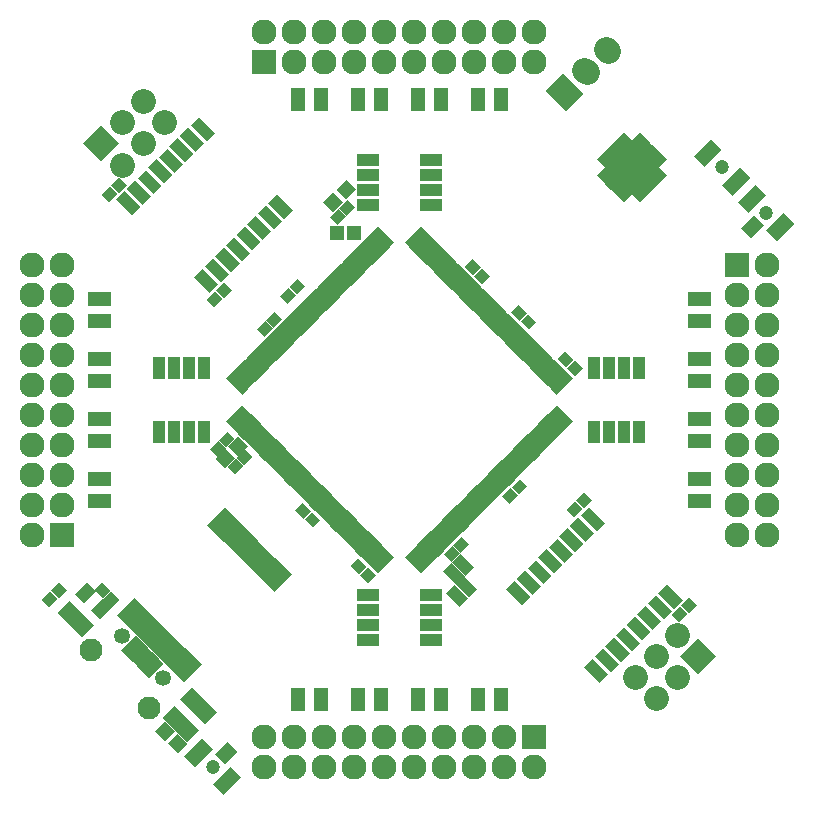
<source format=gbr>
G04 #@! TF.FileFunction,Soldermask,Bot*
%FSLAX46Y46*%
G04 Gerber Fmt 4.6, Leading zero omitted, Abs format (unit mm)*
G04 Created by KiCad (PCBNEW 4.0.6-e0-6349~53~ubuntu14.04.1) date Fri Mar 31 01:21:10 2017*
%MOMM*%
%LPD*%
G01*
G04 APERTURE LIST*
%ADD10C,0.100000*%
%ADD11C,2.127200*%
%ADD12R,2.127200X2.127200*%
%ADD13O,2.127200X2.127200*%
%ADD14R,1.950000X1.000000*%
%ADD15R,1.149300X0.798780*%
%ADD16R,1.000000X1.950000*%
%ADD17R,0.798780X1.149300*%
%ADD18C,1.350000*%
%ADD19C,1.950000*%
%ADD20R,1.200000X1.150000*%
%ADD21C,1.200000*%
G04 APERTURE END LIST*
D10*
G36*
X14077763Y24423079D02*
X12358079Y26142763D01*
X13862237Y27646921D01*
X15581921Y25927237D01*
X14077763Y24423079D01*
X14077763Y24423079D01*
G37*
D11*
X15658288Y27938814D02*
X15873814Y27723288D01*
X17454339Y29734865D02*
X17669865Y29519339D01*
D10*
G36*
X22637171Y18995571D02*
X22142196Y18500596D01*
X21258313Y19384479D01*
X21753288Y19879454D01*
X22637171Y18995571D01*
X22637171Y18995571D01*
G37*
G36*
X22283617Y18642018D02*
X21788642Y18147043D01*
X20904759Y19030926D01*
X21399734Y19525901D01*
X22283617Y18642018D01*
X22283617Y18642018D01*
G37*
G36*
X21930064Y18288464D02*
X21435089Y17793489D01*
X20551206Y18677372D01*
X21046181Y19172347D01*
X21930064Y18288464D01*
X21930064Y18288464D01*
G37*
G36*
X21576511Y17934911D02*
X21081536Y17439936D01*
X20197653Y18323819D01*
X20692628Y18818794D01*
X21576511Y17934911D01*
X21576511Y17934911D01*
G37*
G36*
X21222957Y17581358D02*
X20727982Y17086383D01*
X19844099Y17970266D01*
X20339074Y18465241D01*
X21222957Y17581358D01*
X21222957Y17581358D01*
G37*
G36*
X20869404Y17227804D02*
X20374429Y16732829D01*
X19490546Y17616712D01*
X19985521Y18111687D01*
X20869404Y17227804D01*
X20869404Y17227804D01*
G37*
G36*
X18995571Y16732829D02*
X18500596Y17227804D01*
X19384479Y18111687D01*
X19879454Y17616712D01*
X18995571Y16732829D01*
X18995571Y16732829D01*
G37*
G36*
X18642018Y17086383D02*
X18147043Y17581358D01*
X19030926Y18465241D01*
X19525901Y17970266D01*
X18642018Y17086383D01*
X18642018Y17086383D01*
G37*
G36*
X18288464Y17439936D02*
X17793489Y17934911D01*
X18677372Y18818794D01*
X19172347Y18323819D01*
X18288464Y17439936D01*
X18288464Y17439936D01*
G37*
G36*
X17934911Y17793489D02*
X17439936Y18288464D01*
X18323819Y19172347D01*
X18818794Y18677372D01*
X17934911Y17793489D01*
X17934911Y17793489D01*
G37*
G36*
X17581358Y18147043D02*
X17086383Y18642018D01*
X17970266Y19525901D01*
X18465241Y19030926D01*
X17581358Y18147043D01*
X17581358Y18147043D01*
G37*
G36*
X17227804Y18500596D02*
X16732829Y18995571D01*
X17616712Y19879454D01*
X18111687Y19384479D01*
X17227804Y18500596D01*
X17227804Y18500596D01*
G37*
G36*
X18111687Y19985521D02*
X17616712Y19490546D01*
X16732829Y20374429D01*
X17227804Y20869404D01*
X18111687Y19985521D01*
X18111687Y19985521D01*
G37*
G36*
X18465241Y20339074D02*
X17970266Y19844099D01*
X17086383Y20727982D01*
X17581358Y21222957D01*
X18465241Y20339074D01*
X18465241Y20339074D01*
G37*
G36*
X18818794Y20692628D02*
X18323819Y20197653D01*
X17439936Y21081536D01*
X17934911Y21576511D01*
X18818794Y20692628D01*
X18818794Y20692628D01*
G37*
G36*
X19172347Y21046181D02*
X18677372Y20551206D01*
X17793489Y21435089D01*
X18288464Y21930064D01*
X19172347Y21046181D01*
X19172347Y21046181D01*
G37*
G36*
X19525901Y21399734D02*
X19030926Y20904759D01*
X18147043Y21788642D01*
X18642018Y22283617D01*
X19525901Y21399734D01*
X19525901Y21399734D01*
G37*
G36*
X19879454Y21753288D02*
X19384479Y21258313D01*
X18500596Y22142196D01*
X18995571Y22637171D01*
X19879454Y21753288D01*
X19879454Y21753288D01*
G37*
G36*
X19985521Y21258313D02*
X19490546Y21753288D01*
X20374429Y22637171D01*
X20869404Y22142196D01*
X19985521Y21258313D01*
X19985521Y21258313D01*
G37*
G36*
X20339074Y20904759D02*
X19844099Y21399734D01*
X20727982Y22283617D01*
X21222957Y21788642D01*
X20339074Y20904759D01*
X20339074Y20904759D01*
G37*
G36*
X20692628Y20551206D02*
X20197653Y21046181D01*
X21081536Y21930064D01*
X21576511Y21435089D01*
X20692628Y20551206D01*
X20692628Y20551206D01*
G37*
G36*
X21046181Y20197653D02*
X20551206Y20692628D01*
X21435089Y21576511D01*
X21930064Y21081536D01*
X21046181Y20197653D01*
X21046181Y20197653D01*
G37*
G36*
X21399734Y19844099D02*
X20904759Y20339074D01*
X21788642Y21222957D01*
X22283617Y20727982D01*
X21399734Y19844099D01*
X21399734Y19844099D01*
G37*
G36*
X21753288Y19490546D02*
X21258313Y19985521D01*
X22142196Y20869404D01*
X22637171Y20374429D01*
X21753288Y19490546D01*
X21753288Y19490546D01*
G37*
G36*
X19967843Y19685000D02*
X18765761Y18482918D01*
X17563679Y19685000D01*
X18765761Y20887082D01*
X19967843Y19685000D01*
X19967843Y19685000D01*
G37*
G36*
X20887082Y20604239D02*
X19685000Y19402157D01*
X18482918Y20604239D01*
X19685000Y21806321D01*
X20887082Y20604239D01*
X20887082Y20604239D01*
G37*
G36*
X20887082Y18765761D02*
X19685000Y17563679D01*
X18482918Y18765761D01*
X19685000Y19967843D01*
X20887082Y18765761D01*
X20887082Y18765761D01*
G37*
G36*
X21806321Y19685000D02*
X20604239Y18482918D01*
X19402157Y19685000D01*
X20604239Y20887082D01*
X21806321Y19685000D01*
X21806321Y19685000D01*
G37*
G36*
X-23966441Y16973155D02*
X-23259334Y17680262D01*
X-21915831Y16336759D01*
X-22622938Y15629652D01*
X-23966441Y16973155D01*
X-23966441Y16973155D01*
G37*
G36*
X-23068416Y17871181D02*
X-22361309Y18578288D01*
X-21017806Y17234785D01*
X-21724913Y16527678D01*
X-23068416Y17871181D01*
X-23068416Y17871181D01*
G37*
G36*
X-22170390Y18769206D02*
X-21463283Y19476313D01*
X-20119780Y18132810D01*
X-20826887Y17425703D01*
X-22170390Y18769206D01*
X-22170390Y18769206D01*
G37*
G36*
X-21272364Y19667232D02*
X-20565257Y20374339D01*
X-19221754Y19030836D01*
X-19928861Y18323729D01*
X-21272364Y19667232D01*
X-21272364Y19667232D01*
G37*
G36*
X-20374339Y20565257D02*
X-19667232Y21272364D01*
X-18323729Y19928861D01*
X-19030836Y19221754D01*
X-20374339Y20565257D01*
X-20374339Y20565257D01*
G37*
G36*
X-19476313Y21463283D02*
X-18769206Y22170390D01*
X-17425703Y20826887D01*
X-18132810Y20119780D01*
X-19476313Y21463283D01*
X-19476313Y21463283D01*
G37*
G36*
X-18578288Y22361309D02*
X-17871181Y23068416D01*
X-16527678Y21724913D01*
X-17234785Y21017806D01*
X-18578288Y22361309D01*
X-18578288Y22361309D01*
G37*
G36*
X-17680262Y23259334D02*
X-16973155Y23966441D01*
X-15629652Y22622938D01*
X-16336759Y21915831D01*
X-17680262Y23259334D01*
X-17680262Y23259334D01*
G37*
G36*
X-11104169Y16683241D02*
X-10397062Y17390348D01*
X-9053559Y16046845D01*
X-9760666Y15339738D01*
X-11104169Y16683241D01*
X-11104169Y16683241D01*
G37*
G36*
X-12002194Y15785215D02*
X-11295087Y16492322D01*
X-9951584Y15148819D01*
X-10658691Y14441712D01*
X-12002194Y15785215D01*
X-12002194Y15785215D01*
G37*
G36*
X-12900220Y14887190D02*
X-12193113Y15594297D01*
X-10849610Y14250794D01*
X-11556717Y13543687D01*
X-12900220Y14887190D01*
X-12900220Y14887190D01*
G37*
G36*
X-13798246Y13989164D02*
X-13091139Y14696271D01*
X-11747636Y13352768D01*
X-12454743Y12645661D01*
X-13798246Y13989164D01*
X-13798246Y13989164D01*
G37*
G36*
X-14696271Y13091139D02*
X-13989164Y13798246D01*
X-12645661Y12454743D01*
X-13352768Y11747636D01*
X-14696271Y13091139D01*
X-14696271Y13091139D01*
G37*
G36*
X-15594297Y12193113D02*
X-14887190Y12900220D01*
X-13543687Y11556717D01*
X-14250794Y10849610D01*
X-15594297Y12193113D01*
X-15594297Y12193113D01*
G37*
G36*
X-16492322Y11295087D02*
X-15785215Y12002194D01*
X-14441712Y10658691D01*
X-15148819Y9951584D01*
X-16492322Y11295087D01*
X-16492322Y11295087D01*
G37*
G36*
X-17390348Y10397062D02*
X-16683241Y11104169D01*
X-15339738Y9760666D01*
X-16046845Y9053559D01*
X-17390348Y10397062D01*
X-17390348Y10397062D01*
G37*
G36*
X-12019872Y-14848299D02*
X-13434086Y-13434085D01*
X-11949162Y-11949161D01*
X-10534948Y-13363375D01*
X-12019872Y-14848299D01*
X-12019872Y-14848299D01*
G37*
G36*
X-10605658Y-16262513D02*
X-12019872Y-14848299D01*
X-10534948Y-13363375D01*
X-9120734Y-14777589D01*
X-10605658Y-16262513D01*
X-10605658Y-16262513D01*
G37*
G36*
X-13434085Y-13434086D02*
X-14848299Y-12019872D01*
X-13363375Y-10534948D01*
X-11949161Y-11949162D01*
X-13434085Y-13434086D01*
X-13434085Y-13434086D01*
G37*
G36*
X-14848299Y-12019872D02*
X-16262513Y-10605658D01*
X-14777589Y-9120734D01*
X-13363375Y-10534948D01*
X-14848299Y-12019872D01*
X-14848299Y-12019872D01*
G37*
G36*
X-22485052Y-19656625D02*
X-23899266Y-18242411D01*
X-22414342Y-16757487D01*
X-21000128Y-18171701D01*
X-22485052Y-19656625D01*
X-22485052Y-19656625D01*
G37*
G36*
X-21070838Y-21070839D02*
X-22485052Y-19656625D01*
X-21000128Y-18171701D01*
X-19585914Y-19585915D01*
X-21070838Y-21070839D01*
X-21070838Y-21070839D01*
G37*
G36*
X-18242411Y-23899266D02*
X-19656625Y-22485052D01*
X-18171701Y-21000128D01*
X-16757487Y-22414342D01*
X-18242411Y-23899266D01*
X-18242411Y-23899266D01*
G37*
G36*
X-19656625Y-22485052D02*
X-21070839Y-21070838D01*
X-19585915Y-19585914D01*
X-18171701Y-21000128D01*
X-19656625Y-22485052D01*
X-19656625Y-22485052D01*
G37*
G36*
X14690143Y-1820800D02*
X14195169Y-2315774D01*
X12816311Y-936916D01*
X13311285Y-441942D01*
X14690143Y-1820800D01*
X14690143Y-1820800D01*
G37*
G36*
X14336590Y-2174354D02*
X13841616Y-2669328D01*
X12462758Y-1290470D01*
X12957732Y-795496D01*
X14336590Y-2174354D01*
X14336590Y-2174354D01*
G37*
G36*
X13983036Y-2527907D02*
X13488062Y-3022881D01*
X12109204Y-1644023D01*
X12604178Y-1149049D01*
X13983036Y-2527907D01*
X13983036Y-2527907D01*
G37*
G36*
X13629483Y-2881460D02*
X13134509Y-3376434D01*
X11755651Y-1997576D01*
X12250625Y-1502602D01*
X13629483Y-2881460D01*
X13629483Y-2881460D01*
G37*
G36*
X13275929Y-3235014D02*
X12780955Y-3729988D01*
X11402097Y-2351130D01*
X11897071Y-1856156D01*
X13275929Y-3235014D01*
X13275929Y-3235014D01*
G37*
G36*
X12922376Y-3588567D02*
X12427402Y-4083541D01*
X11048544Y-2704683D01*
X11543518Y-2209709D01*
X12922376Y-3588567D01*
X12922376Y-3588567D01*
G37*
G36*
X12568823Y-3942121D02*
X12073849Y-4437095D01*
X10694991Y-3058237D01*
X11189965Y-2563263D01*
X12568823Y-3942121D01*
X12568823Y-3942121D01*
G37*
G36*
X12215269Y-4295674D02*
X11720295Y-4790648D01*
X10341437Y-3411790D01*
X10836411Y-2916816D01*
X12215269Y-4295674D01*
X12215269Y-4295674D01*
G37*
G36*
X11861716Y-4649227D02*
X11366742Y-5144201D01*
X9987884Y-3765343D01*
X10482858Y-3270369D01*
X11861716Y-4649227D01*
X11861716Y-4649227D01*
G37*
G36*
X11508162Y-5002781D02*
X11013188Y-5497755D01*
X9634330Y-4118897D01*
X10129304Y-3623923D01*
X11508162Y-5002781D01*
X11508162Y-5002781D01*
G37*
G36*
X11154609Y-5356334D02*
X10659635Y-5851308D01*
X9280777Y-4472450D01*
X9775751Y-3977476D01*
X11154609Y-5356334D01*
X11154609Y-5356334D01*
G37*
G36*
X10801056Y-5709888D02*
X10306082Y-6204862D01*
X8927224Y-4826004D01*
X9422198Y-4331030D01*
X10801056Y-5709888D01*
X10801056Y-5709888D01*
G37*
G36*
X10447502Y-6063441D02*
X9952528Y-6558415D01*
X8573670Y-5179557D01*
X9068644Y-4684583D01*
X10447502Y-6063441D01*
X10447502Y-6063441D01*
G37*
G36*
X10093949Y-6416994D02*
X9598975Y-6911968D01*
X8220117Y-5533110D01*
X8715091Y-5038136D01*
X10093949Y-6416994D01*
X10093949Y-6416994D01*
G37*
G36*
X9740395Y-6770548D02*
X9245421Y-7265522D01*
X7866563Y-5886664D01*
X8361537Y-5391690D01*
X9740395Y-6770548D01*
X9740395Y-6770548D01*
G37*
G36*
X9386842Y-7124101D02*
X8891868Y-7619075D01*
X7513010Y-6240217D01*
X8007984Y-5745243D01*
X9386842Y-7124101D01*
X9386842Y-7124101D01*
G37*
G36*
X9033289Y-7477654D02*
X8538315Y-7972628D01*
X7159457Y-6593770D01*
X7654431Y-6098796D01*
X9033289Y-7477654D01*
X9033289Y-7477654D01*
G37*
G36*
X8679735Y-7831208D02*
X8184761Y-8326182D01*
X6805903Y-6947324D01*
X7300877Y-6452350D01*
X8679735Y-7831208D01*
X8679735Y-7831208D01*
G37*
G36*
X8326182Y-8184761D02*
X7831208Y-8679735D01*
X6452350Y-7300877D01*
X6947324Y-6805903D01*
X8326182Y-8184761D01*
X8326182Y-8184761D01*
G37*
G36*
X7972628Y-8538315D02*
X7477654Y-9033289D01*
X6098796Y-7654431D01*
X6593770Y-7159457D01*
X7972628Y-8538315D01*
X7972628Y-8538315D01*
G37*
G36*
X7619075Y-8891868D02*
X7124101Y-9386842D01*
X5745243Y-8007984D01*
X6240217Y-7513010D01*
X7619075Y-8891868D01*
X7619075Y-8891868D01*
G37*
G36*
X7265522Y-9245421D02*
X6770548Y-9740395D01*
X5391690Y-8361537D01*
X5886664Y-7866563D01*
X7265522Y-9245421D01*
X7265522Y-9245421D01*
G37*
G36*
X6911968Y-9598975D02*
X6416994Y-10093949D01*
X5038136Y-8715091D01*
X5533110Y-8220117D01*
X6911968Y-9598975D01*
X6911968Y-9598975D01*
G37*
G36*
X6558415Y-9952528D02*
X6063441Y-10447502D01*
X4684583Y-9068644D01*
X5179557Y-8573670D01*
X6558415Y-9952528D01*
X6558415Y-9952528D01*
G37*
G36*
X6204862Y-10306082D02*
X5709888Y-10801056D01*
X4331030Y-9422198D01*
X4826004Y-8927224D01*
X6204862Y-10306082D01*
X6204862Y-10306082D01*
G37*
G36*
X5851308Y-10659635D02*
X5356334Y-11154609D01*
X3977476Y-9775751D01*
X4472450Y-9280777D01*
X5851308Y-10659635D01*
X5851308Y-10659635D01*
G37*
G36*
X5497755Y-11013188D02*
X5002781Y-11508162D01*
X3623923Y-10129304D01*
X4118897Y-9634330D01*
X5497755Y-11013188D01*
X5497755Y-11013188D01*
G37*
G36*
X5144201Y-11366742D02*
X4649227Y-11861716D01*
X3270369Y-10482858D01*
X3765343Y-9987884D01*
X5144201Y-11366742D01*
X5144201Y-11366742D01*
G37*
G36*
X4790648Y-11720295D02*
X4295674Y-12215269D01*
X2916816Y-10836411D01*
X3411790Y-10341437D01*
X4790648Y-11720295D01*
X4790648Y-11720295D01*
G37*
G36*
X4437095Y-12073849D02*
X3942121Y-12568823D01*
X2563263Y-11189965D01*
X3058237Y-10694991D01*
X4437095Y-12073849D01*
X4437095Y-12073849D01*
G37*
G36*
X4083541Y-12427402D02*
X3588567Y-12922376D01*
X2209709Y-11543518D01*
X2704683Y-11048544D01*
X4083541Y-12427402D01*
X4083541Y-12427402D01*
G37*
G36*
X3729988Y-12780955D02*
X3235014Y-13275929D01*
X1856156Y-11897071D01*
X2351130Y-11402097D01*
X3729988Y-12780955D01*
X3729988Y-12780955D01*
G37*
G36*
X3376434Y-13134509D02*
X2881460Y-13629483D01*
X1502602Y-12250625D01*
X1997576Y-11755651D01*
X3376434Y-13134509D01*
X3376434Y-13134509D01*
G37*
G36*
X3022881Y-13488062D02*
X2527907Y-13983036D01*
X1149049Y-12604178D01*
X1644023Y-12109204D01*
X3022881Y-13488062D01*
X3022881Y-13488062D01*
G37*
G36*
X2669328Y-13841616D02*
X2174354Y-14336590D01*
X795496Y-12957732D01*
X1290470Y-12462758D01*
X2669328Y-13841616D01*
X2669328Y-13841616D01*
G37*
G36*
X2315774Y-14195169D02*
X1820800Y-14690143D01*
X441942Y-13311285D01*
X936916Y-12816311D01*
X2315774Y-14195169D01*
X2315774Y-14195169D01*
G37*
G36*
X-1820800Y-14690143D02*
X-2315774Y-14195169D01*
X-936916Y-12816311D01*
X-441942Y-13311285D01*
X-1820800Y-14690143D01*
X-1820800Y-14690143D01*
G37*
G36*
X-2174354Y-14336590D02*
X-2669328Y-13841616D01*
X-1290470Y-12462758D01*
X-795496Y-12957732D01*
X-2174354Y-14336590D01*
X-2174354Y-14336590D01*
G37*
G36*
X-2527907Y-13983036D02*
X-3022881Y-13488062D01*
X-1644023Y-12109204D01*
X-1149049Y-12604178D01*
X-2527907Y-13983036D01*
X-2527907Y-13983036D01*
G37*
G36*
X-2881460Y-13629483D02*
X-3376434Y-13134509D01*
X-1997576Y-11755651D01*
X-1502602Y-12250625D01*
X-2881460Y-13629483D01*
X-2881460Y-13629483D01*
G37*
G36*
X-3235014Y-13275929D02*
X-3729988Y-12780955D01*
X-2351130Y-11402097D01*
X-1856156Y-11897071D01*
X-3235014Y-13275929D01*
X-3235014Y-13275929D01*
G37*
G36*
X-3588567Y-12922376D02*
X-4083541Y-12427402D01*
X-2704683Y-11048544D01*
X-2209709Y-11543518D01*
X-3588567Y-12922376D01*
X-3588567Y-12922376D01*
G37*
G36*
X-3942121Y-12568823D02*
X-4437095Y-12073849D01*
X-3058237Y-10694991D01*
X-2563263Y-11189965D01*
X-3942121Y-12568823D01*
X-3942121Y-12568823D01*
G37*
G36*
X-4295674Y-12215269D02*
X-4790648Y-11720295D01*
X-3411790Y-10341437D01*
X-2916816Y-10836411D01*
X-4295674Y-12215269D01*
X-4295674Y-12215269D01*
G37*
G36*
X-4649227Y-11861716D02*
X-5144201Y-11366742D01*
X-3765343Y-9987884D01*
X-3270369Y-10482858D01*
X-4649227Y-11861716D01*
X-4649227Y-11861716D01*
G37*
G36*
X-5002781Y-11508162D02*
X-5497755Y-11013188D01*
X-4118897Y-9634330D01*
X-3623923Y-10129304D01*
X-5002781Y-11508162D01*
X-5002781Y-11508162D01*
G37*
G36*
X-5356334Y-11154609D02*
X-5851308Y-10659635D01*
X-4472450Y-9280777D01*
X-3977476Y-9775751D01*
X-5356334Y-11154609D01*
X-5356334Y-11154609D01*
G37*
G36*
X-5709888Y-10801056D02*
X-6204862Y-10306082D01*
X-4826004Y-8927224D01*
X-4331030Y-9422198D01*
X-5709888Y-10801056D01*
X-5709888Y-10801056D01*
G37*
G36*
X-6063441Y-10447502D02*
X-6558415Y-9952528D01*
X-5179557Y-8573670D01*
X-4684583Y-9068644D01*
X-6063441Y-10447502D01*
X-6063441Y-10447502D01*
G37*
G36*
X-6416994Y-10093949D02*
X-6911968Y-9598975D01*
X-5533110Y-8220117D01*
X-5038136Y-8715091D01*
X-6416994Y-10093949D01*
X-6416994Y-10093949D01*
G37*
G36*
X-6770548Y-9740395D02*
X-7265522Y-9245421D01*
X-5886664Y-7866563D01*
X-5391690Y-8361537D01*
X-6770548Y-9740395D01*
X-6770548Y-9740395D01*
G37*
G36*
X-7124101Y-9386842D02*
X-7619075Y-8891868D01*
X-6240217Y-7513010D01*
X-5745243Y-8007984D01*
X-7124101Y-9386842D01*
X-7124101Y-9386842D01*
G37*
G36*
X-7477654Y-9033289D02*
X-7972628Y-8538315D01*
X-6593770Y-7159457D01*
X-6098796Y-7654431D01*
X-7477654Y-9033289D01*
X-7477654Y-9033289D01*
G37*
G36*
X-7831208Y-8679735D02*
X-8326182Y-8184761D01*
X-6947324Y-6805903D01*
X-6452350Y-7300877D01*
X-7831208Y-8679735D01*
X-7831208Y-8679735D01*
G37*
G36*
X-8184761Y-8326182D02*
X-8679735Y-7831208D01*
X-7300877Y-6452350D01*
X-6805903Y-6947324D01*
X-8184761Y-8326182D01*
X-8184761Y-8326182D01*
G37*
G36*
X-8538315Y-7972628D02*
X-9033289Y-7477654D01*
X-7654431Y-6098796D01*
X-7159457Y-6593770D01*
X-8538315Y-7972628D01*
X-8538315Y-7972628D01*
G37*
G36*
X-8891868Y-7619075D02*
X-9386842Y-7124101D01*
X-8007984Y-5745243D01*
X-7513010Y-6240217D01*
X-8891868Y-7619075D01*
X-8891868Y-7619075D01*
G37*
G36*
X-9245421Y-7265522D02*
X-9740395Y-6770548D01*
X-8361537Y-5391690D01*
X-7866563Y-5886664D01*
X-9245421Y-7265522D01*
X-9245421Y-7265522D01*
G37*
G36*
X-9598975Y-6911968D02*
X-10093949Y-6416994D01*
X-8715091Y-5038136D01*
X-8220117Y-5533110D01*
X-9598975Y-6911968D01*
X-9598975Y-6911968D01*
G37*
G36*
X-9952528Y-6558415D02*
X-10447502Y-6063441D01*
X-9068644Y-4684583D01*
X-8573670Y-5179557D01*
X-9952528Y-6558415D01*
X-9952528Y-6558415D01*
G37*
G36*
X-10306082Y-6204862D02*
X-10801056Y-5709888D01*
X-9422198Y-4331030D01*
X-8927224Y-4826004D01*
X-10306082Y-6204862D01*
X-10306082Y-6204862D01*
G37*
G36*
X-10659635Y-5851308D02*
X-11154609Y-5356334D01*
X-9775751Y-3977476D01*
X-9280777Y-4472450D01*
X-10659635Y-5851308D01*
X-10659635Y-5851308D01*
G37*
G36*
X-11013188Y-5497755D02*
X-11508162Y-5002781D01*
X-10129304Y-3623923D01*
X-9634330Y-4118897D01*
X-11013188Y-5497755D01*
X-11013188Y-5497755D01*
G37*
G36*
X-11366742Y-5144201D02*
X-11861716Y-4649227D01*
X-10482858Y-3270369D01*
X-9987884Y-3765343D01*
X-11366742Y-5144201D01*
X-11366742Y-5144201D01*
G37*
G36*
X-11720295Y-4790648D02*
X-12215269Y-4295674D01*
X-10836411Y-2916816D01*
X-10341437Y-3411790D01*
X-11720295Y-4790648D01*
X-11720295Y-4790648D01*
G37*
G36*
X-12073849Y-4437095D02*
X-12568823Y-3942121D01*
X-11189965Y-2563263D01*
X-10694991Y-3058237D01*
X-12073849Y-4437095D01*
X-12073849Y-4437095D01*
G37*
G36*
X-12427402Y-4083541D02*
X-12922376Y-3588567D01*
X-11543518Y-2209709D01*
X-11048544Y-2704683D01*
X-12427402Y-4083541D01*
X-12427402Y-4083541D01*
G37*
G36*
X-12780955Y-3729988D02*
X-13275929Y-3235014D01*
X-11897071Y-1856156D01*
X-11402097Y-2351130D01*
X-12780955Y-3729988D01*
X-12780955Y-3729988D01*
G37*
G36*
X-13134509Y-3376434D02*
X-13629483Y-2881460D01*
X-12250625Y-1502602D01*
X-11755651Y-1997576D01*
X-13134509Y-3376434D01*
X-13134509Y-3376434D01*
G37*
G36*
X-13488062Y-3022881D02*
X-13983036Y-2527907D01*
X-12604178Y-1149049D01*
X-12109204Y-1644023D01*
X-13488062Y-3022881D01*
X-13488062Y-3022881D01*
G37*
G36*
X-13841616Y-2669328D02*
X-14336590Y-2174354D01*
X-12957732Y-795496D01*
X-12462758Y-1290470D01*
X-13841616Y-2669328D01*
X-13841616Y-2669328D01*
G37*
G36*
X-14195169Y-2315774D02*
X-14690143Y-1820800D01*
X-13311285Y-441942D01*
X-12816311Y-936916D01*
X-14195169Y-2315774D01*
X-14195169Y-2315774D01*
G37*
G36*
X-12816311Y936916D02*
X-13311285Y441942D01*
X-14690143Y1820800D01*
X-14195169Y2315774D01*
X-12816311Y936916D01*
X-12816311Y936916D01*
G37*
G36*
X-12462758Y1290470D02*
X-12957732Y795496D01*
X-14336590Y2174354D01*
X-13841616Y2669328D01*
X-12462758Y1290470D01*
X-12462758Y1290470D01*
G37*
G36*
X-12109204Y1644023D02*
X-12604178Y1149049D01*
X-13983036Y2527907D01*
X-13488062Y3022881D01*
X-12109204Y1644023D01*
X-12109204Y1644023D01*
G37*
G36*
X-11755651Y1997576D02*
X-12250625Y1502602D01*
X-13629483Y2881460D01*
X-13134509Y3376434D01*
X-11755651Y1997576D01*
X-11755651Y1997576D01*
G37*
G36*
X-11402097Y2351130D02*
X-11897071Y1856156D01*
X-13275929Y3235014D01*
X-12780955Y3729988D01*
X-11402097Y2351130D01*
X-11402097Y2351130D01*
G37*
G36*
X-11048544Y2704683D02*
X-11543518Y2209709D01*
X-12922376Y3588567D01*
X-12427402Y4083541D01*
X-11048544Y2704683D01*
X-11048544Y2704683D01*
G37*
G36*
X-10694991Y3058237D02*
X-11189965Y2563263D01*
X-12568823Y3942121D01*
X-12073849Y4437095D01*
X-10694991Y3058237D01*
X-10694991Y3058237D01*
G37*
G36*
X-10341437Y3411790D02*
X-10836411Y2916816D01*
X-12215269Y4295674D01*
X-11720295Y4790648D01*
X-10341437Y3411790D01*
X-10341437Y3411790D01*
G37*
G36*
X-9987884Y3765343D02*
X-10482858Y3270369D01*
X-11861716Y4649227D01*
X-11366742Y5144201D01*
X-9987884Y3765343D01*
X-9987884Y3765343D01*
G37*
G36*
X-9634330Y4118897D02*
X-10129304Y3623923D01*
X-11508162Y5002781D01*
X-11013188Y5497755D01*
X-9634330Y4118897D01*
X-9634330Y4118897D01*
G37*
G36*
X-9280777Y4472450D02*
X-9775751Y3977476D01*
X-11154609Y5356334D01*
X-10659635Y5851308D01*
X-9280777Y4472450D01*
X-9280777Y4472450D01*
G37*
G36*
X-8927224Y4826004D02*
X-9422198Y4331030D01*
X-10801056Y5709888D01*
X-10306082Y6204862D01*
X-8927224Y4826004D01*
X-8927224Y4826004D01*
G37*
G36*
X-8573670Y5179557D02*
X-9068644Y4684583D01*
X-10447502Y6063441D01*
X-9952528Y6558415D01*
X-8573670Y5179557D01*
X-8573670Y5179557D01*
G37*
G36*
X-8220117Y5533110D02*
X-8715091Y5038136D01*
X-10093949Y6416994D01*
X-9598975Y6911968D01*
X-8220117Y5533110D01*
X-8220117Y5533110D01*
G37*
G36*
X-7866563Y5886664D02*
X-8361537Y5391690D01*
X-9740395Y6770548D01*
X-9245421Y7265522D01*
X-7866563Y5886664D01*
X-7866563Y5886664D01*
G37*
G36*
X-7513010Y6240217D02*
X-8007984Y5745243D01*
X-9386842Y7124101D01*
X-8891868Y7619075D01*
X-7513010Y6240217D01*
X-7513010Y6240217D01*
G37*
G36*
X-7159457Y6593770D02*
X-7654431Y6098796D01*
X-9033289Y7477654D01*
X-8538315Y7972628D01*
X-7159457Y6593770D01*
X-7159457Y6593770D01*
G37*
G36*
X-6805903Y6947324D02*
X-7300877Y6452350D01*
X-8679735Y7831208D01*
X-8184761Y8326182D01*
X-6805903Y6947324D01*
X-6805903Y6947324D01*
G37*
G36*
X-6452350Y7300877D02*
X-6947324Y6805903D01*
X-8326182Y8184761D01*
X-7831208Y8679735D01*
X-6452350Y7300877D01*
X-6452350Y7300877D01*
G37*
G36*
X-6098796Y7654431D02*
X-6593770Y7159457D01*
X-7972628Y8538315D01*
X-7477654Y9033289D01*
X-6098796Y7654431D01*
X-6098796Y7654431D01*
G37*
G36*
X-5745243Y8007984D02*
X-6240217Y7513010D01*
X-7619075Y8891868D01*
X-7124101Y9386842D01*
X-5745243Y8007984D01*
X-5745243Y8007984D01*
G37*
G36*
X-5391690Y8361537D02*
X-5886664Y7866563D01*
X-7265522Y9245421D01*
X-6770548Y9740395D01*
X-5391690Y8361537D01*
X-5391690Y8361537D01*
G37*
G36*
X-5038136Y8715091D02*
X-5533110Y8220117D01*
X-6911968Y9598975D01*
X-6416994Y10093949D01*
X-5038136Y8715091D01*
X-5038136Y8715091D01*
G37*
G36*
X-4684583Y9068644D02*
X-5179557Y8573670D01*
X-6558415Y9952528D01*
X-6063441Y10447502D01*
X-4684583Y9068644D01*
X-4684583Y9068644D01*
G37*
G36*
X-4331030Y9422198D02*
X-4826004Y8927224D01*
X-6204862Y10306082D01*
X-5709888Y10801056D01*
X-4331030Y9422198D01*
X-4331030Y9422198D01*
G37*
G36*
X-3977476Y9775751D02*
X-4472450Y9280777D01*
X-5851308Y10659635D01*
X-5356334Y11154609D01*
X-3977476Y9775751D01*
X-3977476Y9775751D01*
G37*
G36*
X-3623923Y10129304D02*
X-4118897Y9634330D01*
X-5497755Y11013188D01*
X-5002781Y11508162D01*
X-3623923Y10129304D01*
X-3623923Y10129304D01*
G37*
G36*
X-3270369Y10482858D02*
X-3765343Y9987884D01*
X-5144201Y11366742D01*
X-4649227Y11861716D01*
X-3270369Y10482858D01*
X-3270369Y10482858D01*
G37*
G36*
X-2916816Y10836411D02*
X-3411790Y10341437D01*
X-4790648Y11720295D01*
X-4295674Y12215269D01*
X-2916816Y10836411D01*
X-2916816Y10836411D01*
G37*
G36*
X-2563263Y11189965D02*
X-3058237Y10694991D01*
X-4437095Y12073849D01*
X-3942121Y12568823D01*
X-2563263Y11189965D01*
X-2563263Y11189965D01*
G37*
G36*
X-2209709Y11543518D02*
X-2704683Y11048544D01*
X-4083541Y12427402D01*
X-3588567Y12922376D01*
X-2209709Y11543518D01*
X-2209709Y11543518D01*
G37*
G36*
X-1856156Y11897071D02*
X-2351130Y11402097D01*
X-3729988Y12780955D01*
X-3235014Y13275929D01*
X-1856156Y11897071D01*
X-1856156Y11897071D01*
G37*
G36*
X-1502602Y12250625D02*
X-1997576Y11755651D01*
X-3376434Y13134509D01*
X-2881460Y13629483D01*
X-1502602Y12250625D01*
X-1502602Y12250625D01*
G37*
G36*
X-1149049Y12604178D02*
X-1644023Y12109204D01*
X-3022881Y13488062D01*
X-2527907Y13983036D01*
X-1149049Y12604178D01*
X-1149049Y12604178D01*
G37*
G36*
X-795496Y12957732D02*
X-1290470Y12462758D01*
X-2669328Y13841616D01*
X-2174354Y14336590D01*
X-795496Y12957732D01*
X-795496Y12957732D01*
G37*
G36*
X-441942Y13311285D02*
X-936916Y12816311D01*
X-2315774Y14195169D01*
X-1820800Y14690143D01*
X-441942Y13311285D01*
X-441942Y13311285D01*
G37*
G36*
X936916Y12816311D02*
X441942Y13311285D01*
X1820800Y14690143D01*
X2315774Y14195169D01*
X936916Y12816311D01*
X936916Y12816311D01*
G37*
G36*
X1290470Y12462758D02*
X795496Y12957732D01*
X2174354Y14336590D01*
X2669328Y13841616D01*
X1290470Y12462758D01*
X1290470Y12462758D01*
G37*
G36*
X1644023Y12109204D02*
X1149049Y12604178D01*
X2527907Y13983036D01*
X3022881Y13488062D01*
X1644023Y12109204D01*
X1644023Y12109204D01*
G37*
G36*
X1997576Y11755651D02*
X1502602Y12250625D01*
X2881460Y13629483D01*
X3376434Y13134509D01*
X1997576Y11755651D01*
X1997576Y11755651D01*
G37*
G36*
X2351130Y11402097D02*
X1856156Y11897071D01*
X3235014Y13275929D01*
X3729988Y12780955D01*
X2351130Y11402097D01*
X2351130Y11402097D01*
G37*
G36*
X2704683Y11048544D02*
X2209709Y11543518D01*
X3588567Y12922376D01*
X4083541Y12427402D01*
X2704683Y11048544D01*
X2704683Y11048544D01*
G37*
G36*
X3058237Y10694991D02*
X2563263Y11189965D01*
X3942121Y12568823D01*
X4437095Y12073849D01*
X3058237Y10694991D01*
X3058237Y10694991D01*
G37*
G36*
X3411790Y10341437D02*
X2916816Y10836411D01*
X4295674Y12215269D01*
X4790648Y11720295D01*
X3411790Y10341437D01*
X3411790Y10341437D01*
G37*
G36*
X3765343Y9987884D02*
X3270369Y10482858D01*
X4649227Y11861716D01*
X5144201Y11366742D01*
X3765343Y9987884D01*
X3765343Y9987884D01*
G37*
G36*
X4118897Y9634330D02*
X3623923Y10129304D01*
X5002781Y11508162D01*
X5497755Y11013188D01*
X4118897Y9634330D01*
X4118897Y9634330D01*
G37*
G36*
X4472450Y9280777D02*
X3977476Y9775751D01*
X5356334Y11154609D01*
X5851308Y10659635D01*
X4472450Y9280777D01*
X4472450Y9280777D01*
G37*
G36*
X4826004Y8927224D02*
X4331030Y9422198D01*
X5709888Y10801056D01*
X6204862Y10306082D01*
X4826004Y8927224D01*
X4826004Y8927224D01*
G37*
G36*
X5179557Y8573670D02*
X4684583Y9068644D01*
X6063441Y10447502D01*
X6558415Y9952528D01*
X5179557Y8573670D01*
X5179557Y8573670D01*
G37*
G36*
X5533110Y8220117D02*
X5038136Y8715091D01*
X6416994Y10093949D01*
X6911968Y9598975D01*
X5533110Y8220117D01*
X5533110Y8220117D01*
G37*
G36*
X5886664Y7866563D02*
X5391690Y8361537D01*
X6770548Y9740395D01*
X7265522Y9245421D01*
X5886664Y7866563D01*
X5886664Y7866563D01*
G37*
G36*
X6240217Y7513010D02*
X5745243Y8007984D01*
X7124101Y9386842D01*
X7619075Y8891868D01*
X6240217Y7513010D01*
X6240217Y7513010D01*
G37*
G36*
X6593770Y7159457D02*
X6098796Y7654431D01*
X7477654Y9033289D01*
X7972628Y8538315D01*
X6593770Y7159457D01*
X6593770Y7159457D01*
G37*
G36*
X6947324Y6805903D02*
X6452350Y7300877D01*
X7831208Y8679735D01*
X8326182Y8184761D01*
X6947324Y6805903D01*
X6947324Y6805903D01*
G37*
G36*
X7300877Y6452350D02*
X6805903Y6947324D01*
X8184761Y8326182D01*
X8679735Y7831208D01*
X7300877Y6452350D01*
X7300877Y6452350D01*
G37*
G36*
X7654431Y6098796D02*
X7159457Y6593770D01*
X8538315Y7972628D01*
X9033289Y7477654D01*
X7654431Y6098796D01*
X7654431Y6098796D01*
G37*
G36*
X8007984Y5745243D02*
X7513010Y6240217D01*
X8891868Y7619075D01*
X9386842Y7124101D01*
X8007984Y5745243D01*
X8007984Y5745243D01*
G37*
G36*
X8361537Y5391690D02*
X7866563Y5886664D01*
X9245421Y7265522D01*
X9740395Y6770548D01*
X8361537Y5391690D01*
X8361537Y5391690D01*
G37*
G36*
X8715091Y5038136D02*
X8220117Y5533110D01*
X9598975Y6911968D01*
X10093949Y6416994D01*
X8715091Y5038136D01*
X8715091Y5038136D01*
G37*
G36*
X9068644Y4684583D02*
X8573670Y5179557D01*
X9952528Y6558415D01*
X10447502Y6063441D01*
X9068644Y4684583D01*
X9068644Y4684583D01*
G37*
G36*
X9422198Y4331030D02*
X8927224Y4826004D01*
X10306082Y6204862D01*
X10801056Y5709888D01*
X9422198Y4331030D01*
X9422198Y4331030D01*
G37*
G36*
X9775751Y3977476D02*
X9280777Y4472450D01*
X10659635Y5851308D01*
X11154609Y5356334D01*
X9775751Y3977476D01*
X9775751Y3977476D01*
G37*
G36*
X10129304Y3623923D02*
X9634330Y4118897D01*
X11013188Y5497755D01*
X11508162Y5002781D01*
X10129304Y3623923D01*
X10129304Y3623923D01*
G37*
G36*
X10482858Y3270369D02*
X9987884Y3765343D01*
X11366742Y5144201D01*
X11861716Y4649227D01*
X10482858Y3270369D01*
X10482858Y3270369D01*
G37*
G36*
X10836411Y2916816D02*
X10341437Y3411790D01*
X11720295Y4790648D01*
X12215269Y4295674D01*
X10836411Y2916816D01*
X10836411Y2916816D01*
G37*
G36*
X11189965Y2563263D02*
X10694991Y3058237D01*
X12073849Y4437095D01*
X12568823Y3942121D01*
X11189965Y2563263D01*
X11189965Y2563263D01*
G37*
G36*
X11543518Y2209709D02*
X11048544Y2704683D01*
X12427402Y4083541D01*
X12922376Y3588567D01*
X11543518Y2209709D01*
X11543518Y2209709D01*
G37*
G36*
X11897071Y1856156D02*
X11402097Y2351130D01*
X12780955Y3729988D01*
X13275929Y3235014D01*
X11897071Y1856156D01*
X11897071Y1856156D01*
G37*
G36*
X12250625Y1502602D02*
X11755651Y1997576D01*
X13134509Y3376434D01*
X13629483Y2881460D01*
X12250625Y1502602D01*
X12250625Y1502602D01*
G37*
G36*
X12604178Y1149049D02*
X12109204Y1644023D01*
X13488062Y3022881D01*
X13983036Y2527907D01*
X12604178Y1149049D01*
X12604178Y1149049D01*
G37*
G36*
X12957732Y795496D02*
X12462758Y1290470D01*
X13841616Y2669328D01*
X14336590Y2174354D01*
X12957732Y795496D01*
X12957732Y795496D01*
G37*
G36*
X13311285Y441942D02*
X12816311Y936916D01*
X14195169Y2315774D01*
X14690143Y1820800D01*
X13311285Y441942D01*
X13311285Y441942D01*
G37*
G36*
X23966441Y-16973155D02*
X23259334Y-17680262D01*
X21915831Y-16336759D01*
X22622938Y-15629652D01*
X23966441Y-16973155D01*
X23966441Y-16973155D01*
G37*
G36*
X23068416Y-17871181D02*
X22361309Y-18578288D01*
X21017806Y-17234785D01*
X21724913Y-16527678D01*
X23068416Y-17871181D01*
X23068416Y-17871181D01*
G37*
G36*
X22170390Y-18769206D02*
X21463283Y-19476313D01*
X20119780Y-18132810D01*
X20826887Y-17425703D01*
X22170390Y-18769206D01*
X22170390Y-18769206D01*
G37*
G36*
X21272364Y-19667232D02*
X20565257Y-20374339D01*
X19221754Y-19030836D01*
X19928861Y-18323729D01*
X21272364Y-19667232D01*
X21272364Y-19667232D01*
G37*
G36*
X20374339Y-20565257D02*
X19667232Y-21272364D01*
X18323729Y-19928861D01*
X19030836Y-19221754D01*
X20374339Y-20565257D01*
X20374339Y-20565257D01*
G37*
G36*
X19476313Y-21463283D02*
X18769206Y-22170390D01*
X17425703Y-20826887D01*
X18132810Y-20119780D01*
X19476313Y-21463283D01*
X19476313Y-21463283D01*
G37*
G36*
X18578288Y-22361309D02*
X17871181Y-23068416D01*
X16527678Y-21724913D01*
X17234785Y-21017806D01*
X18578288Y-22361309D01*
X18578288Y-22361309D01*
G37*
G36*
X17680262Y-23259334D02*
X16973155Y-23966441D01*
X15629652Y-22622938D01*
X16336759Y-21915831D01*
X17680262Y-23259334D01*
X17680262Y-23259334D01*
G37*
G36*
X11104169Y-16683241D02*
X10397062Y-17390348D01*
X9053559Y-16046845D01*
X9760666Y-15339738D01*
X11104169Y-16683241D01*
X11104169Y-16683241D01*
G37*
G36*
X12002194Y-15785215D02*
X11295087Y-16492322D01*
X9951584Y-15148819D01*
X10658691Y-14441712D01*
X12002194Y-15785215D01*
X12002194Y-15785215D01*
G37*
G36*
X12900220Y-14887190D02*
X12193113Y-15594297D01*
X10849610Y-14250794D01*
X11556717Y-13543687D01*
X12900220Y-14887190D01*
X12900220Y-14887190D01*
G37*
G36*
X13798246Y-13989164D02*
X13091139Y-14696271D01*
X11747636Y-13352768D01*
X12454743Y-12645661D01*
X13798246Y-13989164D01*
X13798246Y-13989164D01*
G37*
G36*
X14696271Y-13091139D02*
X13989164Y-13798246D01*
X12645661Y-12454743D01*
X13352768Y-11747636D01*
X14696271Y-13091139D01*
X14696271Y-13091139D01*
G37*
G36*
X15594297Y-12193113D02*
X14887190Y-12900220D01*
X13543687Y-11556717D01*
X14250794Y-10849610D01*
X15594297Y-12193113D01*
X15594297Y-12193113D01*
G37*
G36*
X16492322Y-11295087D02*
X15785215Y-12002194D01*
X14441712Y-10658691D01*
X15148819Y-9951584D01*
X16492322Y-11295087D01*
X16492322Y-11295087D01*
G37*
G36*
X17390348Y-10397062D02*
X16683241Y-11104169D01*
X15339738Y-9760666D01*
X16046845Y-9053559D01*
X17390348Y-10397062D01*
X17390348Y-10397062D01*
G37*
D12*
X11430000Y-28575000D03*
D13*
X11430000Y-31115000D03*
X8890000Y-28575000D03*
X8890000Y-31115000D03*
X6350000Y-28575000D03*
X6350000Y-31115000D03*
X3810000Y-28575000D03*
X3810000Y-31115000D03*
X1270000Y-28575000D03*
X1270000Y-31115000D03*
X-1270000Y-28575000D03*
X-1270000Y-31115000D03*
X-3810000Y-28575000D03*
X-3810000Y-31115000D03*
X-6350000Y-28575000D03*
X-6350000Y-31115000D03*
X-8890000Y-28575000D03*
X-8890000Y-31115000D03*
X-11430000Y-28575000D03*
X-11430000Y-31115000D03*
D12*
X-28575000Y-11430000D03*
D13*
X-31115000Y-11430000D03*
X-28575000Y-8890000D03*
X-31115000Y-8890000D03*
X-28575000Y-6350000D03*
X-31115000Y-6350000D03*
X-28575000Y-3810000D03*
X-31115000Y-3810000D03*
X-28575000Y-1270000D03*
X-31115000Y-1270000D03*
X-28575000Y1270000D03*
X-31115000Y1270000D03*
X-28575000Y3810000D03*
X-31115000Y3810000D03*
X-28575000Y6350000D03*
X-31115000Y6350000D03*
X-28575000Y8890000D03*
X-31115000Y8890000D03*
X-28575000Y11430000D03*
X-31115000Y11430000D03*
D12*
X-11430000Y28575000D03*
D13*
X-11430000Y31115000D03*
X-8890000Y28575000D03*
X-8890000Y31115000D03*
X-6350000Y28575000D03*
X-6350000Y31115000D03*
X-3810000Y28575000D03*
X-3810000Y31115000D03*
X-1270000Y28575000D03*
X-1270000Y31115000D03*
X1270000Y28575000D03*
X1270000Y31115000D03*
X3810000Y28575000D03*
X3810000Y31115000D03*
X6350000Y28575000D03*
X6350000Y31115000D03*
X8890000Y28575000D03*
X8890000Y31115000D03*
X11430000Y28575000D03*
X11430000Y31115000D03*
D12*
X28575000Y11430000D03*
D13*
X31115000Y11430000D03*
X28575000Y8890000D03*
X31115000Y8890000D03*
X28575000Y6350000D03*
X31115000Y6350000D03*
X28575000Y3810000D03*
X31115000Y3810000D03*
X28575000Y1270000D03*
X31115000Y1270000D03*
X28575000Y-1270000D03*
X31115000Y-1270000D03*
X28575000Y-3810000D03*
X31115000Y-3810000D03*
X28575000Y-6350000D03*
X31115000Y-6350000D03*
X28575000Y-8890000D03*
X31115000Y-8890000D03*
X28575000Y-11430000D03*
X31115000Y-11430000D03*
D14*
X2700000Y-16510000D03*
X2700000Y-17780000D03*
X2700000Y-19050000D03*
X2700000Y-20320000D03*
X-2700000Y-20320000D03*
X-2700000Y-19050000D03*
X-2700000Y-17780000D03*
X-2700000Y-16510000D03*
D15*
X6670040Y-26050240D03*
X6670040Y-25400000D03*
X6670040Y-24749760D03*
X8569960Y-24749760D03*
X8569960Y-25400000D03*
X8569960Y-26050240D03*
X1590040Y-26050240D03*
X1590040Y-25400000D03*
X1590040Y-24749760D03*
X3489960Y-24749760D03*
X3489960Y-25400000D03*
X3489960Y-26050240D03*
X-3489960Y-26050240D03*
X-3489960Y-25400000D03*
X-3489960Y-24749760D03*
X-1590040Y-24749760D03*
X-1590040Y-25400000D03*
X-1590040Y-26050240D03*
D16*
X-16510000Y-2700000D03*
X-17780000Y-2700000D03*
X-19050000Y-2700000D03*
X-20320000Y-2700000D03*
X-20320000Y2700000D03*
X-19050000Y2700000D03*
X-17780000Y2700000D03*
X-16510000Y2700000D03*
D17*
X-26050240Y-6670040D03*
X-25400000Y-6670040D03*
X-24749760Y-6670040D03*
X-24749760Y-8569960D03*
X-25400000Y-8569960D03*
X-26050240Y-8569960D03*
X-26050240Y-1590040D03*
X-25400000Y-1590040D03*
X-24749760Y-1590040D03*
X-24749760Y-3489960D03*
X-25400000Y-3489960D03*
X-26050240Y-3489960D03*
X-26050240Y3489960D03*
X-25400000Y3489960D03*
X-24749760Y3489960D03*
X-24749760Y1590040D03*
X-25400000Y1590040D03*
X-26050240Y1590040D03*
X-26050240Y8569960D03*
X-25400000Y8569960D03*
X-24749760Y8569960D03*
X-24749760Y6670040D03*
X-25400000Y6670040D03*
X-26050240Y6670040D03*
D14*
X-2700000Y16510000D03*
X-2700000Y17780000D03*
X-2700000Y19050000D03*
X-2700000Y20320000D03*
X2700000Y20320000D03*
X2700000Y19050000D03*
X2700000Y17780000D03*
X2700000Y16510000D03*
D15*
X-6670040Y26050240D03*
X-6670040Y25400000D03*
X-6670040Y24749760D03*
X-8569960Y24749760D03*
X-8569960Y25400000D03*
X-8569960Y26050240D03*
X-1590040Y26050240D03*
X-1590040Y25400000D03*
X-1590040Y24749760D03*
X-3489960Y24749760D03*
X-3489960Y25400000D03*
X-3489960Y26050240D03*
X3489960Y26050240D03*
X3489960Y25400000D03*
X3489960Y24749760D03*
X1590040Y24749760D03*
X1590040Y25400000D03*
X1590040Y26050240D03*
X8569960Y26050240D03*
X8569960Y25400000D03*
X8569960Y24749760D03*
X6670040Y24749760D03*
X6670040Y25400000D03*
X6670040Y26050240D03*
D16*
X16510000Y2700000D03*
X17780000Y2700000D03*
X19050000Y2700000D03*
X20320000Y2700000D03*
X20320000Y-2700000D03*
X19050000Y-2700000D03*
X17780000Y-2700000D03*
X16510000Y-2700000D03*
D17*
X26050240Y6670040D03*
X25400000Y6670040D03*
X24749760Y6670040D03*
X24749760Y8569960D03*
X25400000Y8569960D03*
X26050240Y8569960D03*
X26050240Y1590040D03*
X25400000Y1590040D03*
X24749760Y1590040D03*
X24749760Y3489960D03*
X25400000Y3489960D03*
X26050240Y3489960D03*
X26050240Y-3489960D03*
X25400000Y-3489960D03*
X24749760Y-3489960D03*
X24749760Y-1590040D03*
X25400000Y-1590040D03*
X26050240Y-1590040D03*
X26050240Y-8569960D03*
X25400000Y-8569960D03*
X24749760Y-8569960D03*
X24749760Y-6670040D03*
X25400000Y-6670040D03*
X26050240Y-6670040D03*
D10*
G36*
X5539340Y11274264D02*
X6175736Y11910660D01*
X6882842Y11203554D01*
X6246446Y10567158D01*
X5539340Y11274264D01*
X5539340Y11274264D01*
G37*
G36*
X6317158Y10496446D02*
X6953554Y11132842D01*
X7660660Y10425736D01*
X7024264Y9789340D01*
X6317158Y10496446D01*
X6317158Y10496446D01*
G37*
G36*
X-13924264Y-6310660D02*
X-14560660Y-5674264D01*
X-13853554Y-4967158D01*
X-13217158Y-5603554D01*
X-13924264Y-6310660D01*
X-13924264Y-6310660D01*
G37*
G36*
X-13146446Y-5532842D02*
X-13782842Y-4896446D01*
X-13075736Y-4189340D01*
X-12439340Y-4825736D01*
X-13146446Y-5532842D01*
X-13146446Y-5532842D01*
G37*
G36*
X-15424264Y-4810660D02*
X-16060660Y-4174264D01*
X-15353554Y-3467158D01*
X-14717158Y-4103554D01*
X-15424264Y-4810660D01*
X-15424264Y-4810660D01*
G37*
G36*
X-14646446Y-4032842D02*
X-15282842Y-3396446D01*
X-14575736Y-2689340D01*
X-13939340Y-3325736D01*
X-14646446Y-4032842D01*
X-14646446Y-4032842D01*
G37*
G36*
X-5250264Y14814340D02*
X-5886660Y15450736D01*
X-5179554Y16157842D01*
X-4543158Y15521446D01*
X-5250264Y14814340D01*
X-5250264Y14814340D01*
G37*
G36*
X-4472446Y15592158D02*
X-5108842Y16228554D01*
X-4401736Y16935660D01*
X-3765340Y16299264D01*
X-4472446Y15592158D01*
X-4472446Y15592158D01*
G37*
G36*
X-9474264Y8139340D02*
X-10110660Y8775736D01*
X-9403554Y9482842D01*
X-8767158Y8846446D01*
X-9474264Y8139340D01*
X-9474264Y8139340D01*
G37*
G36*
X-8696446Y8917158D02*
X-9332842Y9553554D01*
X-8625736Y10260660D01*
X-7989340Y9624264D01*
X-8696446Y8917158D01*
X-8696446Y8917158D01*
G37*
G36*
X10203264Y-6686340D02*
X10839660Y-7322736D01*
X10132554Y-8029842D01*
X9496158Y-7393446D01*
X10203264Y-6686340D01*
X10203264Y-6686340D01*
G37*
G36*
X9425446Y-7464158D02*
X10061842Y-8100554D01*
X9354736Y-8807660D01*
X8718340Y-8171264D01*
X9425446Y-7464158D01*
X9425446Y-7464158D01*
G37*
G36*
X5224264Y-11589340D02*
X5860660Y-12225736D01*
X5153554Y-12932842D01*
X4517158Y-12296446D01*
X5224264Y-11589340D01*
X5224264Y-11589340D01*
G37*
G36*
X4446446Y-12367158D02*
X5082842Y-13003554D01*
X4375736Y-13710660D01*
X3739340Y-13074264D01*
X4446446Y-12367158D01*
X4446446Y-12367158D01*
G37*
G36*
X13417340Y3472264D02*
X14053736Y4108660D01*
X14760842Y3401554D01*
X14124446Y2765158D01*
X13417340Y3472264D01*
X13417340Y3472264D01*
G37*
G36*
X14195158Y2694446D02*
X14831554Y3330842D01*
X15538660Y2623736D01*
X14902264Y1987340D01*
X14195158Y2694446D01*
X14195158Y2694446D01*
G37*
G36*
X-1987340Y-14902264D02*
X-2623736Y-15538660D01*
X-3330842Y-14831554D01*
X-2694446Y-14195158D01*
X-1987340Y-14902264D01*
X-1987340Y-14902264D01*
G37*
G36*
X-2765158Y-14124446D02*
X-3401554Y-14760842D01*
X-4108660Y-14053736D01*
X-3472264Y-13417340D01*
X-2765158Y-14124446D01*
X-2765158Y-14124446D01*
G37*
G36*
X9480340Y7409264D02*
X10116736Y8045660D01*
X10823842Y7338554D01*
X10187446Y6702158D01*
X9480340Y7409264D01*
X9480340Y7409264D01*
G37*
G36*
X10258158Y6631446D02*
X10894554Y7267842D01*
X11601660Y6560736D01*
X10965264Y5924340D01*
X10258158Y6631446D01*
X10258158Y6631446D01*
G37*
G36*
X-6686340Y-10203264D02*
X-7322736Y-10839660D01*
X-8029842Y-10132554D01*
X-7393446Y-9496158D01*
X-6686340Y-10203264D01*
X-6686340Y-10203264D01*
G37*
G36*
X-7464158Y-9425446D02*
X-8100554Y-10061842D01*
X-8807660Y-9354736D01*
X-8171264Y-8718340D01*
X-7464158Y-9425446D01*
X-7464158Y-9425446D01*
G37*
G36*
X-17528977Y-24333012D02*
X-16786515Y-25075474D01*
X-17818891Y-26107850D01*
X-18561353Y-25365388D01*
X-17528977Y-24333012D01*
X-17528977Y-24333012D01*
G37*
G36*
X-16857226Y-25004764D02*
X-16114764Y-25747226D01*
X-17147140Y-26779602D01*
X-17889602Y-26037140D01*
X-16857226Y-25004764D01*
X-16857226Y-25004764D01*
G37*
G36*
X-16185474Y-25676515D02*
X-15443012Y-26418977D01*
X-16475388Y-27451353D01*
X-17217850Y-26708891D01*
X-16185474Y-25676515D01*
X-16185474Y-25676515D01*
G37*
G36*
X-17741109Y-27232150D02*
X-16998647Y-27974612D01*
X-18031023Y-29006988D01*
X-18773485Y-28264526D01*
X-17741109Y-27232150D01*
X-17741109Y-27232150D01*
G37*
G36*
X-19084612Y-25888647D02*
X-18342150Y-26631109D01*
X-19374526Y-27663485D01*
X-20116988Y-26921023D01*
X-19084612Y-25888647D01*
X-19084612Y-25888647D01*
G37*
G36*
X-18412860Y-26560398D02*
X-17670398Y-27302860D01*
X-18702774Y-28335236D01*
X-19445236Y-27592774D01*
X-18412860Y-26560398D01*
X-18412860Y-26560398D01*
G37*
G36*
X-24554264Y16719340D02*
X-25190660Y17355736D01*
X-24483554Y18062842D01*
X-23847158Y17426446D01*
X-24554264Y16719340D01*
X-24554264Y16719340D01*
G37*
G36*
X-23776446Y17497158D02*
X-24412842Y18133554D01*
X-23705736Y18840660D01*
X-23069340Y18204264D01*
X-23776446Y17497158D01*
X-23776446Y17497158D01*
G37*
G36*
X24554264Y-16719340D02*
X25190660Y-17355736D01*
X24483554Y-18062842D01*
X23847158Y-17426446D01*
X24554264Y-16719340D01*
X24554264Y-16719340D01*
G37*
G36*
X23776446Y-17497158D02*
X24412842Y-18133554D01*
X23705736Y-18840660D01*
X23069340Y-18204264D01*
X23776446Y-17497158D01*
X23776446Y-17497158D01*
G37*
G36*
X-15664264Y7829340D02*
X-16300660Y8465736D01*
X-15593554Y9172842D01*
X-14957158Y8536446D01*
X-15664264Y7829340D01*
X-15664264Y7829340D01*
G37*
G36*
X-14886446Y8607158D02*
X-15522842Y9243554D01*
X-14815736Y9950660D01*
X-14179340Y9314264D01*
X-14886446Y8607158D01*
X-14886446Y8607158D01*
G37*
G36*
X15664264Y-7829340D02*
X16300660Y-8465736D01*
X15593554Y-9172842D01*
X14957158Y-8536446D01*
X15664264Y-7829340D01*
X15664264Y-7829340D01*
G37*
G36*
X14886446Y-8607158D02*
X15522842Y-9243554D01*
X14815736Y-9950660D01*
X14179340Y-9314264D01*
X14886446Y-8607158D01*
X14886446Y-8607158D01*
G37*
D15*
X-8569960Y-26050240D03*
X-8569960Y-25400000D03*
X-8569960Y-24749760D03*
X-6670040Y-24749760D03*
X-6670040Y-25400000D03*
X-6670040Y-26050240D03*
D10*
G36*
X-21171118Y-23576554D02*
X-21736803Y-23010869D01*
X-20499366Y-21773432D01*
X-19933681Y-22339117D01*
X-21171118Y-23576554D01*
X-21171118Y-23576554D01*
G37*
G36*
X-21630738Y-23116934D02*
X-22196423Y-22551249D01*
X-20958986Y-21313812D01*
X-20393301Y-21879497D01*
X-21630738Y-23116934D01*
X-21630738Y-23116934D01*
G37*
G36*
X-22090357Y-22657315D02*
X-22656042Y-22091630D01*
X-21418605Y-20854193D01*
X-20852920Y-21419878D01*
X-22090357Y-22657315D01*
X-22090357Y-22657315D01*
G37*
G36*
X-22549976Y-22197695D02*
X-23115661Y-21632010D01*
X-21878224Y-20394573D01*
X-21312539Y-20960258D01*
X-22549976Y-22197695D01*
X-22549976Y-22197695D01*
G37*
G36*
X-23009596Y-21738076D02*
X-23575281Y-21172391D01*
X-22337844Y-19934954D01*
X-21772159Y-20500639D01*
X-23009596Y-21738076D01*
X-23009596Y-21738076D01*
G37*
D18*
X-19986714Y-23523521D03*
X-23522248Y-19987987D03*
D19*
X-21188796Y-26139816D03*
X-26138543Y-21190068D03*
D10*
G36*
X-11424264Y5339340D02*
X-12060660Y5975736D01*
X-11353554Y6682842D01*
X-10717158Y6046446D01*
X-11424264Y5339340D01*
X-11424264Y5339340D01*
G37*
G36*
X-10646446Y6117158D02*
X-11282842Y6753554D01*
X-10575736Y7460660D01*
X-9939340Y6824264D01*
X-10646446Y6117158D01*
X-10646446Y6117158D01*
G37*
G36*
X5424264Y-14889340D02*
X6060660Y-15525736D01*
X5353554Y-16232842D01*
X4717158Y-15596446D01*
X5424264Y-14889340D01*
X5424264Y-14889340D01*
G37*
G36*
X4646446Y-15667158D02*
X5282842Y-16303554D01*
X4575736Y-17010660D01*
X3939340Y-16374264D01*
X4646446Y-15667158D01*
X4646446Y-15667158D01*
G37*
G36*
X5924264Y-15389340D02*
X6560660Y-16025736D01*
X5853554Y-16732842D01*
X5217158Y-16096446D01*
X5924264Y-15389340D01*
X5924264Y-15389340D01*
G37*
G36*
X5146446Y-16167158D02*
X5782842Y-16803554D01*
X5075736Y-17510660D01*
X4439340Y-16874264D01*
X5146446Y-16167158D01*
X5146446Y-16167158D01*
G37*
G36*
X5174264Y-13039340D02*
X5810660Y-13675736D01*
X5103554Y-14382842D01*
X4467158Y-13746446D01*
X5174264Y-13039340D01*
X5174264Y-13039340D01*
G37*
G36*
X4396446Y-13817158D02*
X5032842Y-14453554D01*
X4325736Y-15160660D01*
X3689340Y-14524264D01*
X4396446Y-13817158D01*
X4396446Y-13817158D01*
G37*
G36*
X5674264Y-13539340D02*
X6310660Y-14175736D01*
X5603554Y-14882842D01*
X4967158Y-14246446D01*
X5674264Y-13539340D01*
X5674264Y-13539340D01*
G37*
G36*
X4896446Y-14317158D02*
X5532842Y-14953554D01*
X4825736Y-15660660D01*
X4189340Y-15024264D01*
X4896446Y-14317158D01*
X4896446Y-14317158D01*
G37*
D20*
X-3822000Y14097000D03*
X-5322000Y14097000D03*
D10*
G36*
X-13675992Y-3083820D02*
X-12862820Y-3896992D01*
X-13711348Y-4745520D01*
X-14524520Y-3932348D01*
X-13675992Y-3083820D01*
X-13675992Y-3083820D01*
G37*
G36*
X-14736652Y-4144480D02*
X-13923480Y-4957652D01*
X-14772008Y-5806180D01*
X-15585180Y-4993008D01*
X-14736652Y-4144480D01*
X-14736652Y-4144480D01*
G37*
G36*
X-5628008Y15910820D02*
X-6441180Y16723992D01*
X-5592652Y17572520D01*
X-4779480Y16759348D01*
X-5628008Y15910820D01*
X-5628008Y15910820D01*
G37*
G36*
X-4567348Y16971480D02*
X-5380520Y17784652D01*
X-4531992Y18633180D01*
X-3718820Y17820008D01*
X-4567348Y16971480D01*
X-4567348Y16971480D01*
G37*
G36*
X-28785736Y-15449340D02*
X-28149340Y-16085736D01*
X-28856446Y-16792842D01*
X-29492842Y-16156446D01*
X-28785736Y-15449340D01*
X-28785736Y-15449340D01*
G37*
G36*
X-29563554Y-16227158D02*
X-28927158Y-16863554D01*
X-29634264Y-17570660D01*
X-30270660Y-16934264D01*
X-29563554Y-16227158D01*
X-29563554Y-16227158D01*
G37*
G36*
X-20665180Y-28026992D02*
X-19852008Y-27213820D01*
X-19003480Y-28062348D01*
X-19816652Y-28875520D01*
X-20665180Y-28026992D01*
X-20665180Y-28026992D01*
G37*
G36*
X-19604520Y-29087652D02*
X-18791348Y-28274480D01*
X-17942820Y-29123008D01*
X-18755992Y-29936180D01*
X-19604520Y-29087652D01*
X-19604520Y-29087652D01*
G37*
G36*
X-25825660Y-16085736D02*
X-25189264Y-15449340D01*
X-24482158Y-16156446D01*
X-25118554Y-16792842D01*
X-25825660Y-16085736D01*
X-25825660Y-16085736D01*
G37*
G36*
X-25047842Y-16863554D02*
X-24411446Y-16227158D01*
X-23704340Y-16934264D01*
X-24340736Y-17570660D01*
X-25047842Y-16863554D01*
X-25047842Y-16863554D01*
G37*
G36*
X-26921023Y-20116988D02*
X-27663485Y-19374526D01*
X-26631109Y-18342150D01*
X-25888647Y-19084612D01*
X-26921023Y-20116988D01*
X-26921023Y-20116988D01*
G37*
G36*
X-27592774Y-19445236D02*
X-28335236Y-18702774D01*
X-27302860Y-17670398D01*
X-26560398Y-18412860D01*
X-27592774Y-19445236D01*
X-27592774Y-19445236D01*
G37*
G36*
X-28264526Y-18773485D02*
X-29006988Y-18031023D01*
X-27974612Y-16998647D01*
X-27232150Y-17741109D01*
X-28264526Y-18773485D01*
X-28264526Y-18773485D01*
G37*
G36*
X-26708891Y-17217850D02*
X-27451353Y-16475388D01*
X-26418977Y-15443012D01*
X-25676515Y-16185474D01*
X-26708891Y-17217850D01*
X-26708891Y-17217850D01*
G37*
G36*
X-25365388Y-18561353D02*
X-26107850Y-17818891D01*
X-25075474Y-16786515D01*
X-24333012Y-17528977D01*
X-25365388Y-18561353D01*
X-25365388Y-18561353D01*
G37*
G36*
X-25290000Y20195842D02*
X-26794158Y21700000D01*
X-25290000Y23204158D01*
X-23785842Y21700000D01*
X-25290000Y20195842D01*
X-25290000Y20195842D01*
G37*
D11*
X-23493949Y19903949D02*
X-23493949Y19903949D01*
X-23493949Y23496051D02*
X-23493949Y23496051D01*
X-21697898Y21700000D02*
X-21697898Y21700000D01*
X-21697898Y25292102D02*
X-21697898Y25292102D01*
X-19901846Y23496051D02*
X-19901846Y23496051D01*
D10*
G36*
X25290000Y-20195842D02*
X26794158Y-21700000D01*
X25290000Y-23204158D01*
X23785842Y-21700000D01*
X25290000Y-20195842D01*
X25290000Y-20195842D01*
G37*
D11*
X23493949Y-19903949D02*
X23493949Y-19903949D01*
X23493949Y-23496051D02*
X23493949Y-23496051D01*
X21697898Y-21700000D02*
X21697898Y-21700000D01*
X21697898Y-25292102D02*
X21697898Y-25292102D01*
X19901846Y-23496051D02*
X19901846Y-23496051D01*
D10*
G36*
X33463991Y14900589D02*
X31979066Y13415664D01*
X31059827Y14334903D01*
X32544752Y15819828D01*
X33463991Y14900589D01*
X33463991Y14900589D01*
G37*
G36*
X31059828Y17304752D02*
X29574903Y15819827D01*
X28655664Y16739066D01*
X30140589Y18223991D01*
X31059828Y17304752D01*
X31059828Y17304752D01*
G37*
D21*
X31059828Y15819828D03*
D10*
G36*
X30854766Y14766238D02*
X29794106Y13705578D01*
X28945578Y14554106D01*
X30006238Y15614766D01*
X30854766Y14766238D01*
X30854766Y14766238D01*
G37*
G36*
X-18223991Y-30140589D02*
X-16739066Y-28655664D01*
X-15819827Y-29574903D01*
X-17304752Y-31059828D01*
X-18223991Y-30140589D01*
X-18223991Y-30140589D01*
G37*
G36*
X-15819828Y-32544752D02*
X-14334903Y-31059827D01*
X-13415664Y-31979066D01*
X-14900589Y-33463991D01*
X-15819828Y-32544752D01*
X-15819828Y-32544752D01*
G37*
D21*
X-15819828Y-31059828D03*
D10*
G36*
X-15614766Y-30006238D02*
X-14554106Y-28945578D01*
X-13705578Y-29794106D01*
X-14766238Y-30854766D01*
X-15614766Y-30006238D01*
X-15614766Y-30006238D01*
G37*
G36*
X24900836Y20604239D02*
X26385761Y22089164D01*
X27305000Y21169925D01*
X25820075Y19685000D01*
X24900836Y20604239D01*
X24900836Y20604239D01*
G37*
G36*
X27305000Y18200075D02*
X28789925Y19685000D01*
X29709164Y18765761D01*
X28224239Y17280836D01*
X27305000Y18200075D01*
X27305000Y18200075D01*
G37*
D21*
X27305000Y19685000D03*
M02*

</source>
